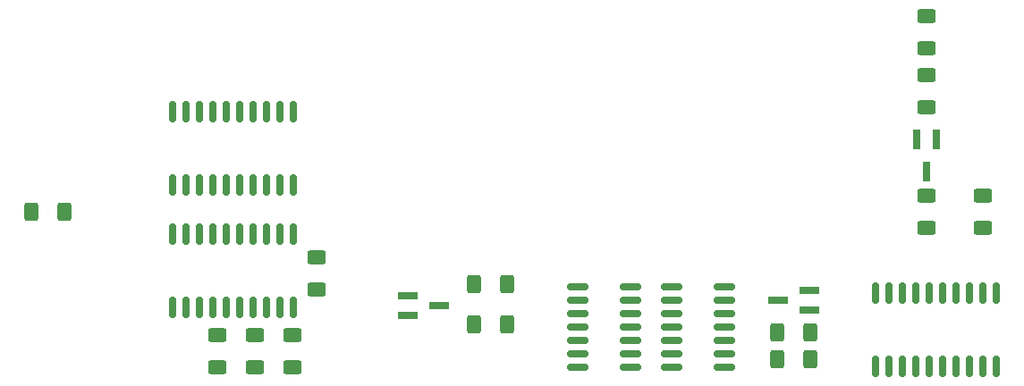
<source format=gbr>
%TF.GenerationSoftware,KiCad,Pcbnew,(6.0.5)*%
%TF.CreationDate,2022-10-23T12:56:42-05:00*%
%TF.ProjectId,ISA rev4,49534120-7265-4763-942e-6b696361645f,rev?*%
%TF.SameCoordinates,Original*%
%TF.FileFunction,Paste,Top*%
%TF.FilePolarity,Positive*%
%FSLAX46Y46*%
G04 Gerber Fmt 4.6, Leading zero omitted, Abs format (unit mm)*
G04 Created by KiCad (PCBNEW (6.0.5)) date 2022-10-23 12:56:42*
%MOMM*%
%LPD*%
G01*
G04 APERTURE LIST*
G04 Aperture macros list*
%AMRoundRect*
0 Rectangle with rounded corners*
0 $1 Rounding radius*
0 $2 $3 $4 $5 $6 $7 $8 $9 X,Y pos of 4 corners*
0 Add a 4 corners polygon primitive as box body*
4,1,4,$2,$3,$4,$5,$6,$7,$8,$9,$2,$3,0*
0 Add four circle primitives for the rounded corners*
1,1,$1+$1,$2,$3*
1,1,$1+$1,$4,$5*
1,1,$1+$1,$6,$7*
1,1,$1+$1,$8,$9*
0 Add four rect primitives between the rounded corners*
20,1,$1+$1,$2,$3,$4,$5,0*
20,1,$1+$1,$4,$5,$6,$7,0*
20,1,$1+$1,$6,$7,$8,$9,0*
20,1,$1+$1,$8,$9,$2,$3,0*%
G04 Aperture macros list end*
%ADD10RoundRect,0.150000X0.150000X-0.837500X0.150000X0.837500X-0.150000X0.837500X-0.150000X-0.837500X0*%
%ADD11RoundRect,0.250000X-0.400000X-0.625000X0.400000X-0.625000X0.400000X0.625000X-0.400000X0.625000X0*%
%ADD12RoundRect,0.250000X-0.625000X0.400000X-0.625000X-0.400000X0.625000X-0.400000X0.625000X0.400000X0*%
%ADD13RoundRect,0.150000X-0.825000X-0.150000X0.825000X-0.150000X0.825000X0.150000X-0.825000X0.150000X0*%
%ADD14R,1.900000X0.800000*%
%ADD15RoundRect,0.250000X0.400000X0.625000X-0.400000X0.625000X-0.400000X-0.625000X0.400000X-0.625000X0*%
%ADD16R,0.800000X1.900000*%
G04 APERTURE END LIST*
D10*
%TO.C,U4*%
X107061000Y-124460000D03*
X108331000Y-124460000D03*
X109601000Y-124460000D03*
X110871000Y-124460000D03*
X112141000Y-124460000D03*
X113411000Y-124460000D03*
X114681000Y-124460000D03*
X115951000Y-124460000D03*
X117221000Y-124460000D03*
X118491000Y-124460000D03*
X118491000Y-117535000D03*
X117221000Y-117535000D03*
X115951000Y-117535000D03*
X114681000Y-117535000D03*
X113411000Y-117535000D03*
X112141000Y-117535000D03*
X110871000Y-117535000D03*
X109601000Y-117535000D03*
X108331000Y-117535000D03*
X107061000Y-117535000D03*
%TD*%
D11*
%TO.C,R2*%
X164312000Y-140970000D03*
X167412000Y-140970000D03*
%TD*%
D12*
%TO.C,R3*%
X183769000Y-125424000D03*
X183769000Y-128524000D03*
%TD*%
D10*
%TO.C,U3*%
X173609000Y-141638500D03*
X174879000Y-141638500D03*
X176149000Y-141638500D03*
X177419000Y-141638500D03*
X178689000Y-141638500D03*
X179959000Y-141638500D03*
X181229000Y-141638500D03*
X182499000Y-141638500D03*
X183769000Y-141638500D03*
X185039000Y-141638500D03*
X185039000Y-134713500D03*
X183769000Y-134713500D03*
X182499000Y-134713500D03*
X181229000Y-134713500D03*
X179959000Y-134713500D03*
X178689000Y-134713500D03*
X177419000Y-134713500D03*
X176149000Y-134713500D03*
X174879000Y-134713500D03*
X173609000Y-134713500D03*
%TD*%
D11*
%TO.C,R11*%
X135610000Y-137668000D03*
X138710000Y-137668000D03*
%TD*%
D13*
%TO.C,U2*%
X145418000Y-134112000D03*
X145418000Y-135382000D03*
X145418000Y-136652000D03*
X145418000Y-137922000D03*
X145418000Y-139192000D03*
X145418000Y-140462000D03*
X145418000Y-141732000D03*
X150368000Y-141732000D03*
X150368000Y-140462000D03*
X150368000Y-139192000D03*
X150368000Y-137922000D03*
X150368000Y-136652000D03*
X150368000Y-135382000D03*
X150368000Y-134112000D03*
%TD*%
D14*
%TO.C,D5*%
X132310000Y-135890000D03*
X129310000Y-134940000D03*
X129310000Y-136840000D03*
%TD*%
D12*
%TO.C,R5*%
X120650000Y-131266000D03*
X120650000Y-134366000D03*
%TD*%
D11*
%TO.C,R13*%
X93674000Y-127000000D03*
X96774000Y-127000000D03*
%TD*%
D15*
%TO.C,R10*%
X138684000Y-133858000D03*
X135584000Y-133858000D03*
%TD*%
D12*
%TO.C,R12*%
X178435000Y-125424000D03*
X178435000Y-128524000D03*
%TD*%
D14*
%TO.C,D1*%
X164338000Y-135382000D03*
X167338000Y-136332000D03*
X167338000Y-134432000D03*
%TD*%
D12*
%TO.C,R9*%
X178435000Y-108406000D03*
X178435000Y-111506000D03*
%TD*%
D13*
%TO.C,U1*%
X154308000Y-134112000D03*
X154308000Y-135382000D03*
X154308000Y-136652000D03*
X154308000Y-137922000D03*
X154308000Y-139192000D03*
X154308000Y-140462000D03*
X154308000Y-141732000D03*
X159258000Y-141732000D03*
X159258000Y-140462000D03*
X159258000Y-139192000D03*
X159258000Y-137922000D03*
X159258000Y-136652000D03*
X159258000Y-135382000D03*
X159258000Y-134112000D03*
%TD*%
D12*
%TO.C,R8*%
X111252000Y-138658000D03*
X111252000Y-141758000D03*
%TD*%
%TO.C,R7*%
X114808000Y-138658000D03*
X114808000Y-141758000D03*
%TD*%
%TO.C,R6*%
X118364000Y-138658000D03*
X118364000Y-141758000D03*
%TD*%
D16*
%TO.C,D6*%
X178435000Y-123166000D03*
X179385000Y-120166000D03*
X177485000Y-120166000D03*
%TD*%
D15*
%TO.C,R1*%
X167412000Y-138430000D03*
X164312000Y-138430000D03*
%TD*%
D12*
%TO.C,R4*%
X178435000Y-113994000D03*
X178435000Y-117094000D03*
%TD*%
D10*
%TO.C,U5*%
X107061000Y-136050500D03*
X108331000Y-136050500D03*
X109601000Y-136050500D03*
X110871000Y-136050500D03*
X112141000Y-136050500D03*
X113411000Y-136050500D03*
X114681000Y-136050500D03*
X115951000Y-136050500D03*
X117221000Y-136050500D03*
X118491000Y-136050500D03*
X118491000Y-129125500D03*
X117221000Y-129125500D03*
X115951000Y-129125500D03*
X114681000Y-129125500D03*
X113411000Y-129125500D03*
X112141000Y-129125500D03*
X110871000Y-129125500D03*
X109601000Y-129125500D03*
X108331000Y-129125500D03*
X107061000Y-129125500D03*
%TD*%
M02*

</source>
